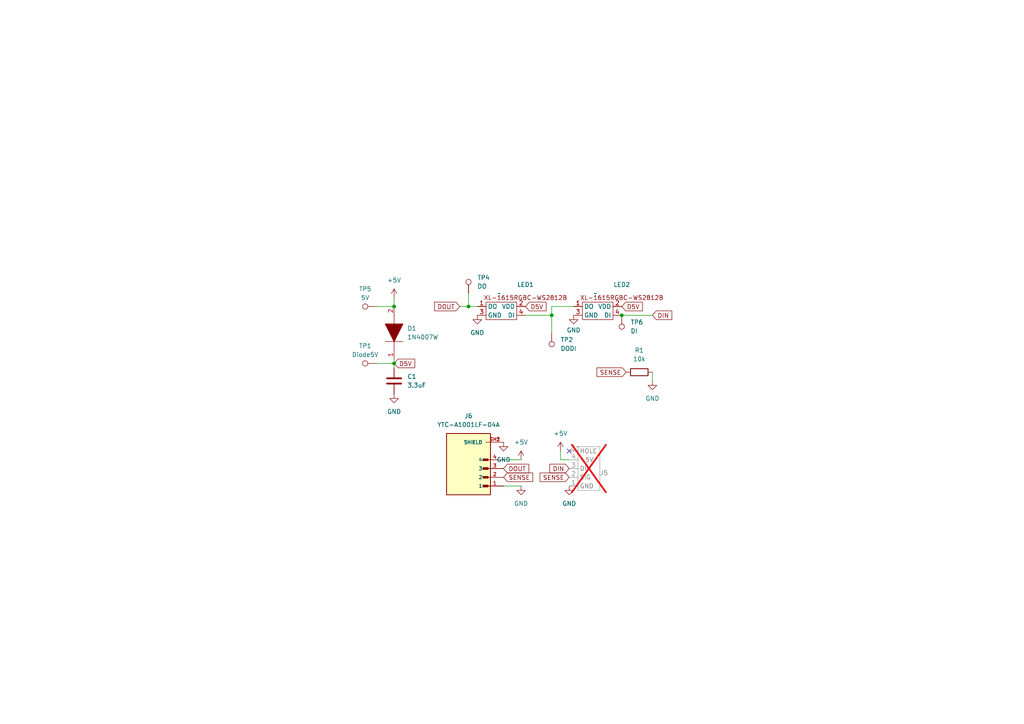
<source format=kicad_sch>
(kicad_sch (version 20231120) (generator "eeschema") (generator_version "8.0")
  (paper "A4")
  (title_block (title "Bottom PCB Schematic") (date "2024-02-10") (rev "1.0.0") (company "Block Party"))
  (lib_symbols
    (symbol "1N4007W:1N4007W" (pin_names (offset 0.762))
      (property "Reference" "D" (at 11.43 5.08 0))
      (property "Value" "1N4007W" (at 11.43 2.54 0))
      (symbol "1N4007W_0_0"
        (pin passive line (at 0 0 0) (length 2.54) (name "~") (number "1"))
        (pin passive line (at 15.24 0 180) (length 2.54) (name "~") (number "2"))
      )
      (symbol "1N4007W_0_1"
        (polyline (pts (xy 2.54 0) (xy 5.08 0)) (stroke (width 0.1524)))
        (polyline (pts (xy 5.08 2.54) (xy 5.08 -2.54)) (stroke (width 0.1524)))
        (polyline (pts (xy 10.16 0) (xy 12.7 0)) (stroke (width 0.1524)))
        (polyline (pts (xy 5.08 0) (xy 10.16 2.54) (xy 10.16 -2.54) (xy 5.08 0)) (stroke (width 0.254)) (fill (type outline)))
      )
    )
    (symbol "4328:4328" (pin_names (offset 1.016))
      (property "Reference" "J" (at -6.35 11.43 0))
      (property "Value" "4328" (at -6.604 -10.414 0))
      (symbol "4328_0_0"
        (rectangle (start -6.35 -7.62) (end 6.35 10.16) (stroke (width 0.254)) (fill (type background)))
        (rectangle (start -5.715 -0.3175) (end -4.1275 0.3175) (stroke (width 0.1)) (fill (type outline)))
        (rectangle (start -5.715 2.2225) (end -4.1275 2.8575) (stroke (width 0.1)) (fill (type outline)))
        (rectangle (start -5.715 4.7625) (end -4.1275 5.3975) (stroke (width 0.1)) (fill (type outline)))
        (rectangle (start -5.715 7.3025) (end -4.1275 7.9375) (stroke (width 0.1)) (fill (type outline)))
        (pin passive line (at -10.16 7.62 0) (length 5.08) (name "1") (number "1"))
        (pin passive line (at -10.16 5.08 0) (length 5.08) (name "2") (number "2"))
        (pin passive line (at -10.16 2.54 0) (length 5.08) (name "3") (number "3"))
        (pin passive line (at -10.16 0 0) (length 5.08) (name "4") (number "4"))
        (pin passive line (at -10.16 -5.08 0) (length 5.08) (name "SHIELD") (number "SH1"))
        (pin passive line (at -10.16 -5.08 0) (length 5.08) (name "SHIELD") (number "SH2"))
      )
    )
    (symbol "Connector:TestPoint" (pin_numbers hide) (pin_names (offset 0.762) hide)
      (property "Reference" "TP" (at 0 6.858 0))
      (property "Value" "TestPoint" (at 0 5.08 0))
      (symbol "TestPoint_0_1"
        (circle (center 0 3.302) (radius 0.762))
      )
      (symbol "TestPoint_1_1"
        (pin passive line (at 0 0 90) (length 2.54) (name "1") (number "1"))
      )
    )
    (symbol "Device:C" (pin_numbers hide) (pin_names (offset 0.254))
      (property "Reference" "C" (at 0.635 2.54 0))
      (property "Value" "C" (at 0.635 -2.54 0))
      (symbol "C_0_1"
        (polyline (pts (xy -2.032 -0.762) (xy 2.032 -0.762)) (stroke (width 0.508)))
        (polyline (pts (xy -2.032 0.762) (xy 2.032 0.762)) (stroke (width 0.508)))
      )
      (symbol "C_1_1"
        (pin passive line (at 0 3.81 270) (length 2.794) (name "~") (number "1"))
        (pin passive line (at 0 -3.81 90) (length 2.794) (name "~") (number "2"))
      )
    )
    (symbol "Device:R" (pin_numbers hide) (pin_names (offset 0))
      (property "Reference" "R" (at 2.032 0 90))
      (property "Value" "R" (at 0 0 90))
      (symbol "R_0_1"
        (rectangle (start -1.016 -2.54) (end 1.016 2.54) (stroke (width 0.254)))
      )
      (symbol "R_1_1"
        (pin passive line (at 0 3.81 270) (length 1.27) (name "~") (number "1"))
        (pin passive line (at 0 -3.81 90) (length 1.27) (name "~") (number "2"))
      )
    )
    (symbol "Quinn_lib:Bottom_Block"
      (property "Reference" "J" (at 2.54 1.27 0))
      (symbol "Bottom_Block_0_1"
        (rectangle (start 0 0) (end 6.35 -12.7))
      )
      (symbol "Bottom_Block_1_1"
        (pin power_in line (at -2.54 -11.43 0) (length 2.54) (name "GND") (number "1"))
        (pin output line (at -2.54 -8.89 0) (length 2.54) (name "SIG") (number "2"))
        (pin input line (at -2.54 -6.35 0) (length 2.54) (name "DIN") (number "3"))
        (pin power_in line (at -2.54 -3.81 0) (length 2.54) (name "+5V") (number "4"))
        (pin output line (at -2.54 -1.27 0) (length 2.54) (name "HOLE") (number "5"))
      )
    )
    (symbol "Quinn_lib:XL-1615RGBC-WS2812B"
      (property "Reference" "LED" (at -1.27 1.27 0))
      (symbol "XL-1615RGBC-WS2812B_0_1"
        (rectangle (start -3.81 -2.54) (end 5.08 -7.62))
      )
      (symbol "XL-1615RGBC-WS2812B_1_1"
        (text "XL-1615RGBC-WS2812B" (at 7.62 -1.27 0) (effects (font (size 1.27 1.27))))
        (pin input line (at -6.35 -3.81 0) (length 2.54) (name "DO") (number "1"))
        (pin input line (at 7.62 -3.81 180) (length 2.54) (name "VDD") (number "2"))
        (pin input line (at -6.35 -6.35 0) (length 2.54) (name "GND") (number "3"))
        (pin input line (at 7.62 -6.35 180) (length 2.54) (name "DI") (number "4"))
      )
    )
    (symbol "power:+5V" (power) (pin_names (offset 0))
      (property "Value" "+5V" (at 0 3.556 0))
      (symbol "+5V_0_1"
        (polyline (pts (xy -0.762 1.27) (xy 0 2.54)))
        (polyline (pts (xy 0 0) (xy 0 2.54)))
        (polyline (pts (xy 0 2.54) (xy 0.762 1.27)))
      )
      (symbol "+5V_1_1"
        (pin power_in line (at 0 0 90) (length 0) hide (name "+5V") (number "1"))
      )
    )
    (symbol "power:GND" (power) (pin_names (offset 0))
      (property "Value" "GND" (at 0 -3.81 0))
      (symbol "GND_0_1"
        (polyline (pts (xy 0 0) (xy 0 -1.27) (xy 1.27 -1.27) (xy 0 -2.54) (xy -1.27 -1.27) (xy 0 -1.27)))
      )
      (symbol "GND_1_1"
        (pin power_in line (at 0 0 270) (length 0) hide (name "GND") (number "1"))
      )
    )
  )
  (junction (at 180.34 91.44))
  (junction (at 114.3 105.41))
  (junction (at 114.3 88.9))
  (junction (at 160.02 91.44))
  (junction (at 135.89 88.9))
  (no_connect (at 165.1 130.81))
  (wire (pts (xy 160.02 96.52) (xy 160.02 91.44)))
  (wire (pts (xy 133.35 88.9) (xy 135.89 88.9)))
  (wire (pts (xy 166.37 88.9) (xy 160.02 88.9)))
  (wire (pts (xy 135.89 85.09) (xy 135.89 88.9)))
  (wire (pts (xy 135.89 88.9) (xy 138.43 88.9)))
  (wire (pts (xy 151.13 140.97) (xy 146.05 140.97)))
  (wire (pts (xy 189.23 110.49) (xy 189.23 107.95)))
  (wire (pts (xy 114.3 86.36) (xy 114.3 88.9)))
  (wire (pts (xy 160.02 88.9) (xy 160.02 91.44)))
  (wire (pts (xy 162.56 133.35) (xy 165.1 133.35)))
  (wire (pts (xy 162.56 130.81) (xy 162.56 133.35)))
  (wire (pts (xy 151.13 133.35) (xy 146.05 133.35)))
  (wire (pts (xy 189.23 91.44) (xy 180.34 91.44)))
  (wire (pts (xy 114.3 105.41) (xy 114.3 106.68)))
  (wire (pts (xy 160.02 91.44) (xy 152.4 91.44)))
  (wire (pts (xy 109.22 88.9) (xy 114.3 88.9)))
  (wire (pts (xy 114.3 104.14) (xy 114.3 105.41)))
  (wire (pts (xy 109.22 105.41) (xy 114.3 105.41)))
  (global_label "DIN" (shape input) (at 189.23 91.44 0) (property "Intersheetrefs" "${INTERSHEET_REFS}" (effects (hide yes))))
  (global_label "D5V" (shape input) (at 114.3 105.41 0) (property "Intersheetrefs" "${INTERSHEET_REFS}" (effects (hide yes))))
  (global_label "D5V" (shape input) (at 152.4 88.9 0) (property "Intersheetrefs" "${INTERSHEET_REFS}" (effects (hide yes))))
  (global_label "SENSE" (shape input) (at 146.05 138.43 0) (property "Intersheetrefs" "${INTERSHEET_REFS}" (effects (hide yes))))
  (global_label "DOUT" (shape input) (at 146.05 135.89 0) (property "Intersheetrefs" "${INTERSHEET_REFS}" (effects (hide yes))))
  (global_label "DIN" (shape input) (at 165.1 135.89 180) (property "Intersheetrefs" "${INTERSHEET_REFS}" (effects (hide yes))))
  (global_label "SENSE" (shape input) (at 165.1 138.43 180) (property "Intersheetrefs" "${INTERSHEET_REFS}" (effects (hide yes))))
  (global_label "SENSE" (shape input) (at 181.61 107.95 180) (property "Intersheetrefs" "${INTERSHEET_REFS}" (effects (hide yes))))
  (global_label "D5V" (shape input) (at 180.34 88.9 0) (property "Intersheetrefs" "${INTERSHEET_REFS}" (effects (hide yes))))
  (global_label "DOUT" (shape input) (at 133.35 88.9 180) (property "Intersheetrefs" "${INTERSHEET_REFS}" (effects (hide yes))))
  (symbol (lib_id "power:GND") (at 165.1 140.97 0) (unit 1)
    (property "Reference" "#PWR08" (effects (hide yes)))
    (property "Value" "GND" (at 165.1 146.05 0))
  )
  (symbol (lib_id "power:GND") (at 189.23 110.49 0) (unit 1)
    (property "Reference" "#PWR02" (effects (hide yes)))
    (property "Value" "GND" (at 189.23 115.57 0))
  )
  (symbol (lib_id "4328:4328") (at 135.89 133.35 180) (unit 1)
    (property "Reference" "J6" (at 135.89 120.65 0))
    (property "Value" "YTC-A1001LF-04A" (at 135.89 123.19 0))
    (property "Footprint" "adafruit-jst-4328:ADAFRUIT_4328" (effects (hide yes)))
    (property "MF" "Adafruit" (effects (hide yes)))
    (property "MAXIMUM_PACKAGE_HEIGHT" "4.25mm" (effects (hide yes)))
    (property "Package" "None" (effects (hide yes)))
    (property "Price" "None" (effects (hide yes)))
    (property "Check_prices" "https://www.snapeda.com/parts/4328/Adafruit+Industries/view-part/?ref=eda" (effects (hide yes)))
    (property "STANDARD" "Manufacturer Recommendations" (effects (hide yes)))
    (property "PARTREV" "23/3/21" (effects (hide yes)))
    (property "SnapEDA_Link" "https://www.snapeda.com/parts/4328/Adafruit+Industries/view-part/?ref=snap" (effects (hide yes)))
    (property "MP" "4328" (effects (hide yes)))
    (property "Purchase-URL" "https://www.snapeda.com/api/url_track_click_mouser/?unipart_id=12414535&manufacturer=Adafruit&part_name=4328&search_term=jst sh 4-pin" (effects (hide yes)))
    (property "Description_1" "\nAdafruit Accessories JST SH 4-pin Vertical Connector (10-pack) - Qwiic Compatible\n" (effects (hide yes)))
    (property "Availability" "In Stock" (effects (hide yes)))
    (property "MANUFACTURER" "YIYUAN" (effects (hide yes)))
    (property "Manufacturer_Part_Number" "YTC-A1001LF-04A" (effects (hide yes)))
  )
  (symbol (lib_id "power:+5V") (at 151.13 133.35 0) (unit 1)
    (property "Reference" "#PWR06" (effects (hide yes)))
    (property "Value" "+5V" (at 151.13 128.27 0))
  )
  (symbol (lib_id "Device:C") (at 114.3 110.49 0) (unit 1)
    (property "Reference" "C1" (at 118.11 109.22 0) (effects (justify left)))
    (property "Value" "3.3uF" (at 118.11 111.76 0) (effects (justify left)))
    (property "Footprint" "Capacitor_SMD:C_0805_2012Metric" (effects (hide yes)))
    (property "MANUFACTURER" "Samwha Capacitor" (effects (hide yes)))
    (property "Manufacturer_Part_Number" "CS2012X5R475K500NRE" (effects (hide yes)))
  )
  (symbol (lib_id "1N4007W:1N4007W") (at 114.3 104.14 90) (unit 1)
    (property "Reference" "D1" (at 118.11 95.25 90) (effects (justify right)))
    (property "Value" "1N4007W" (at 118.11 97.79 90) (effects (justify right)))
    (property "Footprint" "KiCad:1N4007W" (effects (hide yes)))
    (property "Datasheet" "https://datasheet.lcsc.com/szlcsc/Shandong-Jingdao-Microelectronics-1N4007W_C108803.pdf" (effects (hide yes)))
    (property "Description" "Marking Code A1-A7 Simplified outline SOD-123FL and symbol Marking Code A1-A7 Simplified outline SOD-123FL and symbol" (effects (hide yes)))
    (property "Height" "1.1" (effects (hide yes)))
    (property "Manufacturer_Name" "Jingdao Microelectronics" (effects (hide yes)))
    (property "Manufacturer_Part_Number" "1N4007W" (effects (hide yes)))
  )
  (symbol (lib_id "power:+5V") (at 114.3 86.36 0) (unit 1)
    (property "Reference" "#PWR01" (effects (hide yes)))
    (property "Value" "+5V" (at 114.3 81.28 0))
  )
  (symbol (lib_id "Connector:TestPoint") (at 109.22 105.41 90) (unit 1)
    (property "Reference" "TP1" (at 105.918 100.33 90))
    (property "Value" "Diode5V" (at 105.918 102.87 90))
    (property "Footprint" "TestPoint:TestPoint_Pad_D1.0mm" (effects (hide yes)))
    (property "Description" "test point" (effects (hide yes)))
  )
  (symbol (lib_id "Connector:TestPoint") (at 109.22 88.9 90) (unit 1)
    (property "Reference" "TP5" (at 105.918 83.82 90))
    (property "Value" "5V" (at 105.918 86.36 90))
    (property "Footprint" "TestPoint:TestPoint_Pad_D1.0mm" (effects (hide yes)))
    (property "Description" "test point" (effects (hide yes)))
  )
  (symbol (lib_id "power:GND") (at 146.05 128.27 0) (unit 1)
    (property "Reference" "#PWR010" (effects (hide yes)))
    (property "Value" "GND" (at 146.05 133.35 0))
  )
  (symbol (lib_id "Connector:TestPoint") (at 135.89 85.09 0) (unit 1)
    (property "Reference" "TP4" (at 138.43 80.5179 0) (effects (justify left)))
    (property "Value" "DO" (at 138.43 83.0579 0) (effects (justify left)))
    (property "Footprint" "TestPoint:TestPoint_Pad_D1.0mm" (effects (hide yes)))
    (property "Description" "test point" (effects (hide yes)))
  )
  (symbol (lib_id "Quinn_lib:Bottom_Block") (at 167.64 129.54 0) (unit 1) (in_bom no) (dnp yes)
    (property "Reference" "J5" (at 173.99 137.16 0) (effects (justify left)))
    (property "Value" "~" (at 167.64 129.54 0))
    (property "Footprint" "Quinn_lib:Bottom Block Connector" (effects (hide yes)))
  )
  (symbol (lib_id "Connector:TestPoint") (at 160.02 96.52 180) (unit 1)
    (property "Reference" "TP2" (at 162.56 98.5519 0) (effects (justify right)))
    (property "Value" "DODI" (at 162.56 101.0919 0) (effects (justify right)))
    (property "Footprint" "TestPoint:TestPoint_Pad_D1.0mm" (effects (hide yes)))
    (property "Description" "test point" (effects (hide yes)))
  )
  (symbol (lib_id "Device:R") (at 185.42 107.95 90) (unit 1)
    (property "Reference" "R1" (at 185.42 101.6 90))
    (property "Value" "10k" (at 185.42 104.14 90))
    (property "Footprint" "Resistor_SMD:R_0805_2012Metric" (effects (hide yes)))
    (property "MANUFACTURER" "YAGEO" (effects (hide yes)))
    (property "Manufacturer_Part_Number" "AC0805FR-0710KL" (effects (hide yes)))
  )
  (symbol (lib_id "power:GND") (at 151.13 140.97 0) (unit 1)
    (property "Reference" "#PWR07" (effects (hide yes)))
    (property "Value" "GND" (at 151.13 146.05 0))
  )
  (symbol (lib_id "power:GND") (at 166.37 91.44 0) (unit 1)
    (property "Reference" "#PWR05" (effects (hide yes)))
    (property "Value" "GND" (at 166.37 95.758 0))
  )
  (symbol (lib_id "power:+5V") (at 162.56 130.81 0) (unit 1)
    (property "Reference" "#PWR09" (effects (hide yes)))
    (property "Value" "+5V" (at 162.56 125.73 0))
  )
  (symbol (lib_id "Quinn_lib:XL-1615RGBC-WS2812B") (at 172.72 85.09 0) (unit 1)
    (property "Reference" "LED2" (at 180.34 82.55 0))
    (property "Value" "~" (at 172.72 85.09 0))
    (property "Footprint" "Quinn_lib:XL-1615RGBC-WS2812B" (effects (hide yes)))
    (property "MANUFACTURER" "XINGLIGHT " (effects (hide yes)))
    (property "Manufacturer_Part_Number" "XL-1615RGBC-RF" (effects (hide yes)))
  )
  (symbol (lib_id "Connector:TestPoint") (at 180.34 91.44 180) (unit 1)
    (property "Reference" "TP6" (at 182.88 93.4719 0) (effects (justify right)))
    (property "Value" "DI" (at 182.88 96.0119 0) (effects (justify right)))
    (property "Footprint" "TestPoint:TestPoint_Pad_D1.0mm" (effects (hide yes)))
    (property "Description" "test point" (effects (hide yes)))
  )
  (symbol (lib_id "power:GND") (at 138.43 91.44 0) (unit 1)
    (property "Reference" "#PWR04" (effects (hide yes)))
    (property "Value" "GND" (at 138.43 96.52 0))
  )
  (symbol (lib_id "Quinn_lib:XL-1615RGBC-WS2812B") (at 144.78 85.09 0) (unit 1)
    (property "Reference" "LED1" (at 152.4 82.55 0))
    (property "Value" "~" (at 144.78 85.09 0))
    (property "Footprint" "Quinn_lib:XL-1615RGBC-WS2812B" (effects (hide yes)))
    (property "MANUFACTURER" "XINGLIGHT " (effects (hide yes)))
    (property "Manufacturer_Part_Number" "XL-1615RGBC-RF" (effects (hide yes)))
  )
  (symbol (lib_id "power:GND") (at 114.3 114.3 0) (unit 1)
    (property "Reference" "#PWR03" (effects (hide yes)))
    (property "Value" "GND" (at 114.3 119.38 0))
  )
)
</source>
